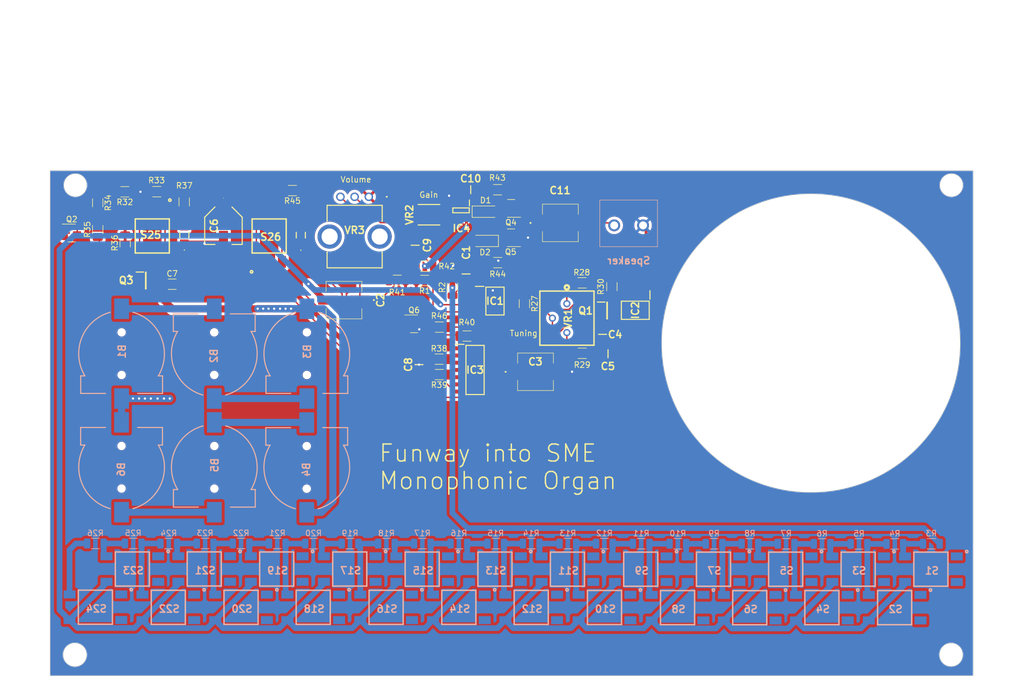
<source format=kicad_pcb>
(kicad_pcb (version 20221018) (generator pcbnew)
  (layers (0 "F.Cu" signal) (31 "B.Cu" signal) (34 "B.Paste" user) (35 "F.Paste" user) (36 "B.SilkS" user "B.Silkscreen") (37 "F.SilkS" user "F.Silkscreen") (38 "B.Mask" user) (39 "F.Mask" user) (44 "Edge.Cuts" user))
  (net 0 "")
  (net 1 "Net-(B1-Pad1)")
  (net 2 "9V")
  (net 3 "Net-(B2-Pad1)")
  (net 4 "Net-(Q3-S)")
  (net 5 "GND")
  (net 6 "Net-(IC1-THRES)")
  (net 7 "AUDIO GND")
  (net 8 "PROBE")
  (net 9 "CONT 555-1")
  (net 10 "Net-(Q1-S)")
  (net 11 "Net-(IC2-THRES)")
  (net 12 "Net-(C7-Pad2)")
  (net 13 "Net-(C8-Pad2)")
  (net 14 "Net-(VR2-CCW)")
  (net 15 "CNTL OUT")
  (net 16 "Net-(C11-+)")
  (net 17 "Net-(C11--)")
  (net 18 "Net-(D1-K)")
  (net 19 "Net-(IC1-VCC)")
  (net 21 "Net-(IC2-OUT)")
  (net 24 "Net-(IC3-1A)")
  (net 25 "Net-(IC3-1Y)")
  (net 34 "Net-(IC4--IN)")
  (net 35 "Net-(LED1-A)")
  (net 36 "VIBRATO")
  (net 37 "Net-(Q2-B)")
  (net 38 "Net-(Q2-C)")
  (net 39 "Net-(Q3-G)")
  (net 40 "Net-(R2-Pad2)")
  (net 41 "Net-(R3-Pad2)")
  (net 42 "Net-(R4-Pad2)")
  (net 43 "Net-(R5-Pad2)")
  (net 44 "Net-(R6-Pad2)")
  (net 45 "Net-(R7-Pad2)")
  (net 46 "Net-(R8-Pad2)")
  (net 47 "Net-(R10-Pad1)")
  (net 48 "Net-(R10-Pad2)")
  (net 49 "Net-(R11-Pad2)")
  (net 50 "Net-(R12-Pad2)")
  (net 51 "Net-(R13-Pad2)")
  (net 52 "Net-(R14-Pad2)")
  (net 53 "Net-(R15-Pad2)")
  (net 54 "Net-(R16-Pad2)")
  (net 55 "Net-(R17-Pad2)")
  (net 56 "Net-(R18-Pad2)")
  (net 57 "Net-(R19-Pad2)")
  (net 58 "Net-(R20-Pad2)")
  (net 59 "Net-(R21-Pad2)")
  (net 60 "Net-(R22-Pad2)")
  (net 61 "Net-(R23-Pad2)")
  (net 62 "Net-(R24-Pad2)")
  (net 63 "Net-(R25-Pad2)")
  (net 64 "Net-(R26-Pad2)")
  (net 65 "Net-(VR1-CCW)")
  (net 66 "Net-(VR1-CW)")
  (net 115 "VIBLGT")
  (net 116 "Net-(LED2-K)")
  (net 117 "Net-(LED2-A)")
  (net 118 "Net-(Q6-B)")
  (net 119 "Net-(B4-Pad2)")
  (net 120 "Net-(B5-Pad2)")
  (net 121 "AUDIO OUT")
  (footprint "SamacSys_Parts:5988270107F" (layer "F.Cu") (at 91.0336 69.7484 90)
    (fp_text reference "LED2" hide)
    (fp_text value "5988270107F" hide)
  )
  (footprint "Capacitor_SMD:C_1206_3216Metric" (layer "F.Cu") (at 68.4022 78.3776)
    (fp_text reference "C7")
    (fp_text value "330nF")
  )
  (footprint "SamacSys_Parts:SOIC127P600X175-8N" (layer "F.Cu") (at 149.8902 82.9716 -90)
    (fp_text reference "IC2")
    (fp_text value "NE555DR" hide)
  )
  (footprint "SamacSys_Parts:SOT95P237X112-3N" (layer "F.Cu") (at 63.754 77.7426)
    (fp_text reference "Q3")
    (fp_text value "Si2338DS-T1-GE3" hide)
  )
  (footprint "SamacSys_Parts:16TZV100M63X61" (layer "F.Cu") (at 136.7028 67.595)
    (fp_text reference "C11")
    (fp_text value "16TZV100M6.3X6.1" hide)
  )
  (footprint "Resistor_SMD:R_1206_3216Metric" (layer "F.Cu") (at 125.6792 74.58)
    (fp_text reference "R44")
    (fp_text value "10k")
  )
  (footprint "Resistor_SMD:R_1206_3216Metric" (layer "F.Cu") (at 60.1218 71.1132 90)
    (fp_text reference "R36")
    (fp_text value "10k")
  )
  (footprint "SamacSys_Parts:CAPC3216X94N" (layer "F.Cu") (at 111.8362 92.5322 90)
    (fp_text reference "C8")
    (fp_text value "12061C473KAT2A" hide)
  )
  (footprint "Resistor_SMD:R_1206_3216Metric" (layer "F.Cu") (at 55.2958 64.052 -90)
    (fp_text reference "R34")
    (fp_text value "10k")
  )
  (footprint "Resistor_SMD:R_1206_3216Metric" (layer "F.Cu") (at 115.3922 94.2848 180)
    (fp_text reference "R39")
    (fp_text value "15R")
  )
  (footprint "Resistor_SMD:R_1206_3216Metric" (layer "F.Cu") (at 140.5176 78.1456 180)
    (fp_text reference "R28")
    (fp_text value "2k2")
  )
  (footprint "Package_TO_SOT_SMD:SOT-23" (layer "F.Cu") (at 128.0391 65.0398 180)
    (fp_text reference "Q4")
    (fp_text value "BC848")
  )
  (footprint "Resistor_SMD:R_1206_3216Metric" (layer "F.Cu") (at 112.8268 77.724 180)
    (fp_text reference "R1")
    (fp_text value "100R")
  )
  (footprint "SamacSys_Parts:SOT95P280X100-5N" (layer "F.Cu") (at 119.2276 65.3852 -90)
    (fp_text reference "IC4")
    (fp_text value "LT1782CS5#TRMPBF" hide)
  )
  (footprint "SamacSys_Parts:CAPC3216X94N" (layer "F.Cu") (at 120.1166 76.581 -90)
    (fp_text reference "C1")
    (fp_text value "12065C472KAT2A" hide)
  )
  (footprint "SamacSys_Parts:CAPC3216X94N" (layer "F.Cu") (at 120.9294 61.753)
    (fp_text reference "C10")
    (fp_text value "12065A150JAT2A" hide)
  )
  (footprint "SamacSys_Parts:16TZV100M63X61" (layer "F.Cu") (at 98.6282 81.1784 180)
    (fp_text reference "C2")
    (fp_text value "16TZV100M6.3X6.1" hide)
  )
  (footprint "SamacSys_Parts:EEE0JA331XP" (layer "F.Cu") (at 77.4192 68.0906 -90)
    (fp_text reference "C6")
    (fp_text value "EEEFK1C221XP" hide)
  )
  (footprint "Resistor_SMD:R_1206_3216Metric" (layer "F.Cu") (at 115.4176 85.9282 180)
    (fp_text reference "R46")
    (fp_text value "10k")
  )
  (footprint "Resistor_SMD:R_1206_3216Metric" (layer "F.Cu") (at 130.3782 81.8134 -90)
    (fp_text reference "R27")
    (fp_text value "8k2")
  )
  (footprint "Package_TO_SOT_SMD:SOT-23" (layer "F.Cu") (at 128.0183 70.2112 180)
    (fp_text reference "Q5")
    (fp_text value "BC858")
  )
  (footprint "SamacSys_Parts:5988270107F" (layer "F.Cu") (at 70.5358 69.7162 90)
    (fp_text reference "LED1" hide)
    (fp_text value "5988270107F" hide)
  )
  (footprint "Resistor_SMD:R_1206_3216Metric" (layer "F.Cu") (at 125.6538 61.753 180)
    (fp_text reference "R43")
    (fp_text value "10k")
  )
  (footprint "Resistor_SMD:R_1206_3216Metric" (layer "F.Cu") (at 70.5104 63.8996 90)
    (fp_text reference "R37")
    (fp_text value "360R")
  )
  (footprint "SamacSys_Parts:SOIC127P600X175-14N" (layer "F.Cu") (at 121.6914 93.472)
    (fp_text reference "IC3")
    (fp_text value "HEF4069UBT,653" hide)
  )
  (footprint "SamacSys_Parts:16TZV100M63X61" (layer "F.Cu") (at 132.3283 93.79544)
    (fp_text reference "C3")
    (fp_text value "16TZV100M6.3X6.1" hide)
  )
  (footprint "Resistor_SMD:R_1206_3216Metric" (layer "F.Cu") (at 89.5604 61.8998 180)
    (fp_text reference "R45")
    (fp_text value "360R")
  )
  (footprint "Resistor_SMD:R_1206_3216Metric" (layer "F.Cu") (at 145.7754 78.806 -90)
    (fp_text reference "R30")
    (fp_text value "68k")
  )
  (footprint "SamacSys_Parts:FSM4JSMATR" (layer "F.Cu") (at 64.897 69.894)
    (fp_text reference "S25")
    (fp_text value "FSM4JSMATR" hide)
  )
  (footprint "Resistor_SMD:R_1206_3216Metric" (layer "F.Cu") (at 60.071 62.1216 180)
    (fp_text reference "R32")
    (fp_text value "100k")
  )
  (footprint "SamacSys_Parts:CAPC3216X229N" (layer "F.Cu") (at 111.1504 71.5264 -90)
    (fp_text reference "C9")
    (fp_text value "12061C105KAT2A" hide)
  )
  (footprint "SamacSys_Parts:3386P_1" (layer "F.Cu") (at 142.6258 89.1184 90)
    (fp_text reference "VR1")
    (fp_text value "3386P-1-472LF" hide)
  )
  (footprint "Resistor_SMD:R_1206_3216Metric" (layer "F.Cu") (at 108.0008 77.7042)
    (fp_text reference "R41")
    (fp_text value "10k")
  )
  (footprint "Package_TO_SOT_SMD:SOT-23" (layer "F.Cu") (at 50.7261 69.3674)
    (fp_text reference "Q2")
    (fp_text value "BC858")
  )
  (footprint "Diode_SMD:D_SOD-123" (layer "F.Cu") (at 123.5456 65.6138)
    (fp_text reference "D1")
    (fp_text value "1N4148W")
  )
  (footprint "Resistor_SMD:R_1206_3216Metric" (layer "F.Cu") (at 140.543 90.5408)
    (fp_text reference "R29")
    (fp_text value "6k8")
  )
  (footprint "SamacSys_Parts:SOT95P237X112-3N" (layer "F.Cu") (at 144.9286 83.0224)
    (fp_text reference "Q1")
    (fp_text value "Si2338DS-T1-GE3" hide)
  )
  (footprint "SamacSys_Parts:PTV09A4025SA102" (layer "F.Cu") (at 103.002 63.0024 180)
    (fp_text reference "VR3")
    (fp_text value "PTV09A-4025S-A102" hide)
  )
  (footprint "Resistor_SMD:R_1206_3216Metric" (layer "F.Cu") (at 120.269 87.503 180)
    (fp_text reference "R40")
    (fp_text value "4k7")
  )
  (footprint "Resistor_SMD:R_1206_3216Metric" (layer "F.Cu") (at 65.6844 62.0962 180)
    (fp_text reference "R33")
    (fp_text value "1M")
  )
  (footprint "Resistor_SMD:R_1206_3216Metric" (layer "F.Cu") (at 117.7293 78.93644 90)
    (fp_text reference "R2")
    (fp_text value "150k")
  )
  (footprint "SamacSys_Parts:CAPC3216X229N" (layer "F.Cu") (at 144.1244 87.201 90)
    (fp_text reference "C4")
    (fp_text value "12061C105KAT2A" hide)
  )
  (footprint "SamacSys_Parts:CAPC3216X94N" (layer "F.Cu") (at 145.0896 90.617)
    (fp_text reference "C5")
    (fp_text value "12065C102KAT2A" hide)
  )
  (footprint "Resistor_SMD:R_1206_3216Metric" (layer "F.Cu") (at 115.3668 91.567 180)
    (fp_text reference "R38")
    (fp_text value "220k")
  )
  (footprint "Diode_SMD:D_SOD-123" (layer "F.Cu") (at 123.444 70.77 180)
    (fp_text reference "D2")
    (fp_text value "1N4148W")
  )
  (footprint "Package_TO_SOT_SMD:SOT-23" (layer "F.Cu") (at 110.9675 85.3592)
    (fp_text reference "Q6")
    (fp_text value "BC848")
  )
  (footprint "SamacSys_Parts:FSM4JSMATR" (layer "F.Cu") (at 85.4599 69.8975 180)
    (fp_text reference "S26")
    (fp_text value "FSM4JSMATR" hide)
  )
  (footprint "Resistor_SMD:R_1206_3216Metric" (layer "F.Cu") (at 55.2958 68.751 90)
    (fp_text reference "R35")
    (fp_text value "10k")
  )
  (footprint "SamacSys_Parts:TC33X2503E" (layer "F.Cu") (at 113.587 66.1576 -90)
    (fp_text reference "VR2")
    (fp_text value "TC33X-2-503E" hide)
  )
  (footprint "SamacSys_Parts:SOIC127P600X175-8N" (layer "F.Cu") (at 125.1969 81.34944)
    (fp_text reference "IC1")
    (fp_text value "NE555DR" hide)
  )
  (footprint "Resistor_SMD:R_1206_3216Metric" (layer "F.Cu") (at 112.8522 75.2094 180)
    (fp_text reference "R42")
    (fp_text value "10k")
  )
  (footprint "Resistor_SMD:R_1206_3216Metric" (layer "B.Cu") (at 157.3784 124.0536 180)
    (fp_text reference "R10")
    (fp_text value "12k")
  )
  (footprint "SamacSys_Parts:FSM4JSMATR" (layer "B.Cu") (at 131.572 135.255 90)
    (fp_text reference "S12")
    (fp_text value "FSM4JSMATR" hide)
  )
  (footprint "SamacSys_Parts:FSM4JSMATR" (layer "B.Cu") (at 137.9474 128.524 90)
    (fp_text reference "S11")
    (fp_text value "FSM4JSMATR" hide)
  )
  (footprint "SamacSys_Parts:FSM4JSMATR" (layer "B.Cu") (at 182.7243 135.2947 90)
    (fp_text reference "S4")
    (fp_text value "FSM4JSMATR" hide)
  )
  (footprint "SamacSys_Parts:FSM4JSMATR" (layer "B.Cu") (at 195.5259 135.2947 90)
    (fp_text reference "S2")
    (fp_text value "FSM4JSMATR" hide)
  )
  (footprint "SamacSys_Parts:FSM4JSMATR" (layer "B.Cu") (at 86.7918 128.4986 90)
    (fp_text reference "S19")
    (fp_text value "FSM4JSMATR" hide)
  )
  (footprint "Resistor_SMD:R_1206_3216Metric" (layer "B.Cu") (at 86.8934 124.0028 180)
    (fp_text reference "R21")
    (fp_text value "22k")
  )
  (footprint "Resistor_SMD:R_1206_3216Metric" (layer "B.Cu") (at 74.1934 124.0028 180)
    (fp_text reference "R23")
    (fp_text value "27k")
  )
  (footprint "SamacSys_Parts:1056TR" (layer "B.Cu") (at 59.4868 110.5916 90)
    (fp_text reference "B6")
    (fp_text value "1056TR" hide)
  )
  (footprint "SamacSys_Parts:17761192" (layer "B.Cu") (at 146.177 68.0268)
    (fp_text reference "J1" hide)
    (fp_text value "Speaker")
  )
  (footprint "SamacSys_Parts:FSM4JSMATR" (layer "B.Cu") (at 176.3489 128.524 90)
    (fp_text reference "S5")
    (fp_text value "FSM4JSMATR" hide)
  )
  (footprint "Resistor_SMD:R_1206_3216Metric" (layer "B.Cu") (at 138.0236 124.0282 180)
    (fp_text reference "R13")
    (fp_text value "12k")
  )
  (footprint "Resistor_SMD:R_1206_3216Metric" (layer "B.Cu") (at 54.8894 124.0028 180)
    (fp_text reference "R26")
    (fp_text value "27k")
  )
  (footprint "Resistor_SMD:R_1206_3216Metric" (layer "B.Cu") (at 176.4284 124.0536 180)
    (fp_text reference "R7")
    (fp_text value "10k")
  )
  (footprint "SamacSys_Parts:FSM4JSMATR" (layer "B.Cu") (at 189.103 128.524 90)
    (fp_text reference "S3")
    (fp_text value "FSM4JSMATR" hide)
  )
  (footprint "SamacSys_Parts:FSM4JSMATR" (layer "B.Cu") (at 157.3243 135.2947 90)
    (fp_text reference "S8")
    (fp_text value "FSM4JSMATR" hide)
  )
  (footprint "SamacSys_Parts:FSM4JSMATR" (layer "B.Cu") (at 74.0377 128.4875 90)
    (fp_text reference "S21")
    (fp_text value "FSM4JSMATR" hide)
  )
  (footprint "SamacSys_Parts:FSM4JSMATR" (layer "B.Cu") (at 112.3917 128.5129 90)
    (fp_text reference "S15")
    (fp_text value "FSM4JSMATR" hide)
  )
  (footprint "Resistor_SMD:R_1206_3216Metric" (layer "B.Cu") (at 163.7538 124.0536 180)
    (fp_text reference "R9")
    (fp_text value "10k")
  )
  (footprint "SamacSys_Parts:FSM4JSMATR" (layer "B.Cu") (at 93.2147 135.2439 90)
    (fp_text reference "S18")
    (fp_text value "FSM4JSMATR" hide)
  )
  (footprint "SamacSys_Parts:FSM4JSMATR" (layer "B.Cu") (at 118.8433 135.2439 90)
    (fp_text reference "S14")
    (fp_text value "FSM4JSMATR" hide)
  )
  (footprint "Resistor_SMD:R_1206_3216Metric" (layer "B.Cu") (at 195.5546 124.079 180)
    (fp_text reference "R4")
    (fp_text value "8k2")
  )
  (footprint "Resistor_SMD:R_1206_3216Metric" (layer "B.Cu") (at 150.9268 124.0536 180)
    (fp_text reference "R11")
    (fp_text value "15k")
  )
  (footprint "SamacSys_Parts:FSM4JSMATR" (layer "B.Cu") (at 125.1933 128.5129 90)
    (fp_text reference "S13")
    (fp_text value "FSM4JSMATR" hide)
  )
  (footprint "SamacSys_Parts:1056TR" (layer "B.Cu") (at 92.1004 90.6018 -90)
    (fp_text reference "B3")
    (fp_text value "1056TR" hide)
  )
  (footprint "SamacSys_Parts:FSM4JSMATR" (layer "B.Cu") (at 106.0417 135.2439 90)
    (fp_text reference "S16")
    (fp_text value "FSM4JSMATR" hide)
  )
  (footprint "Resistor_SMD:R_1206_3216Metric" (layer "B.Cu") (at 189.2554 124.079 180)
    (fp_text reference "R5")
    (fp_text value "8k2")
  )
  (footprint "SamacSys_Parts:FSM4JSMATR" (layer "B.Cu") (at 80.5147 135.2439 90)
    (fp_text reference "S20")
    (fp_text value "FSM4JSMATR" hide)
  )
  (footprint "SamacSys_Parts:FSM4JSMATR" (layer "B.Cu") (at 61.3918 128.4986 90)
    (fp_text reference "S23")
    (fp_text value "FSM4JSMATR" hide)
  )
  (footprint "Resistor_SMD:R_1206_3216Metric" (layer "B.Cu") (at 118.8466 124.0282 180)
    (fp_text reference "R16")
    (fp_text value "18k")
  )
  (footprint "SamacSys_Parts:1056TR" (layer "B.Cu") (at 75.819 110.6008 -90)
    (fp_text reference "B5")
    (fp_text value "1056TR" hide)
  )
  (footprint "SamacSys_Parts:1056TR" (layer "B.Cu") (at 92.075 110.617 90)
    (fp_text reference "B4")
    (fp_text value "1056TR" hide)
  )
  (footprint "Resistor_SMD:R_1206_3216Metric" (layer "B.Cu") (at 112.4204 124.0282 180)
    (fp_text reference "R17")
    (fp_text value "15k")
  )
  (footprint "Resistor_SMD:R_1206_3216Metric" (layer "B.Cu") (at 144.4498 124.0282 180)
    (fp_text reference "R12")
    (fp_text value "15k")
  )
  (footprint "SamacSys_Parts:1056TR" (layer "B.Cu") (at 75.8004 90.6018 90)
    (fp_text reference "B2")
    (fp_text value "1056TR" hide)
  )
  (footprint "Resistor_SMD:R_1206_3216Metric" (layer "B.Cu") (at 201.9808 124.0536 180)
    (fp_text reference "R3")
    (fp_text value "8k2")
  )
  (footprint "Resistor_SMD:R_1206_3216Metric" (layer "B.Cu") (at 125.3236 124.0282 180)
    (fp_text reference "R15")
    (fp_text value "15k")
  )
  (footprint "SamacSys_Parts:FSM4JSMATR" (layer "B.Cu") (at 67.7131 135.2439 90)
    (fp_text reference "S22")
    (fp_text value "FSM4JSMATR" hide)
  )
  (footprint "Resistor_SMD:R_1206_3216Metric" (layer "B.Cu") (at 170.053 124.0536 180)
    (fp_text reference "R8")
    (fp_text value "10k")
  )
  (footprint "SamacSys_Parts:FSM4JSMATR" (layer "B.Cu") (at 163.6522 128.524 90)
    (fp_text reference "S7")
    (fp_text value "FSM4JSMATR" hide)
  )
  (footprint "SamacSys_Parts:FSM4JSMATR" (layer "B.Cu") (at 99.6442 128.4986 90)
    (fp_text reference "S17")
    (fp_text value "FSM4JSMATR" hide)
  )
  (footprint "SamacSys_Parts:1056TR" (layer "B.Cu") (at 59.5004 90.6018 -90)
    (fp_text reference "B1")
    (fp_text value "1056TR" hide)
  )
  (footprint "SamacSys_Parts:FSM4JSMATR" (layer "B.Cu") (at 150.8506 128.524 90)
    (fp_text reference "S9")
    (fp_text value "FSM4JSMATR" hide)
  )
  (footprint "SamacSys_Parts:FSM4JSMATR" (layer "B.Cu") (at 201.9046 128.524 90)
    (fp_text reference "S1")
    (fp_text value "FSM4JSMATR" hide)
  )
  (footprint "Resistor_SMD:R_1206_3216Metric" (layer "B.Cu") (at 131.572 124.0282 180)
    (fp_text reference "R14")
    (fp_text value "15k")
  )
  (footprint "Resistor_SMD:R_1206_3216Metric" (layer "B.Cu") (at 106.0958 124.0282 180)
    (fp_text reference "R18")
    (fp_text value "22k")
  )
  (footprint "SamacSys_Parts:FSM4JSMATR" (layer "B.Cu") (at 170.0276 135.3058 90)
    (fp_text reference "S6")
    (fp_text value "FSM4JSMATR" hide)
  )
  (footprint "Resistor_SMD:R_1206_3216Metric" (layer "B.Cu") (at 61.5442 124.0028 180)
    (fp_text reference "R25")
    (fp_text value "27k")
  )
  (footprint "Resistor_SMD:R_1206_3216Metric" (layer "B.Cu") (at 99.695 124.0282 180)
    (fp_text reference "R19")
    (fp_text value "18k")
  )
  (footprint "SamacSys_Parts:FSM4JSMATR" (layer "B.Cu") (at 54.8861 135.2185 90)
    (fp_text reference "S24")
    (fp_text value "FSM4JSMATR" hide)
  )
  (footprint "Resistor_SMD:R_1206_3216Metric" (layer "B.Cu") (at 80.518 124.0028 180)
    (fp_text reference "R22")
    (fp_text value "22k")
  )
  (footprint "Resistor_SMD:R_1206_3216Metric" (layer "B.Cu") (at 67.7926 124.0282 180)
    (fp_text reference "R24")
    (fp_text value "27k")
  )
  (footprint "Resistor_SMD:R_1206_3216Metric" (layer "B.Cu") (at 182.753 124.079 180)
    (fp_text reference "R6")
    (fp_text value "10k")
  )
  (footprint "Resistor_SMD:R_1206_3216Metric" (layer "B.Cu") (at 93.2688 124.0282 180)
    (fp_text reference "R20")
    (fp_text value "22k")
  )
  (footprint "SamacSys_Parts:FSM4JSMATR" (layer "B.Cu") (at 144.4719 135.2693 90)
    (fp_text reference "S10")
    (fp_text value "FSM4JSMATR" hide)
  )
  (gr_rect (start 46.9138 58.3946) (end 209.3468 147.2692) (stroke (width 0.1)) (fill none) (layer "Edge.Cuts"))
  (gr_circle (center 51.2826 143.5862) (end 49.1998 143.5862) (stroke (width 0.1)) (fill none) (layer "Edge.Cuts"))
  (gr_circle (center 205.4606 143.5862) (end 207.518 143.6624) (stroke (width 0.1)) (fill none) (layer "Edge.Cuts"))
  (gr_circle (center 180.7972 88.7476) (end 207.0608 88.8492) (stroke (width 0.1)) (fill none) (layer "Edge.Cuts"))
  (gr_circle (center 51.3588 60.96) (end 51.4096 62.992) (stroke (width 0.1)) (fill none) (layer "Edge.Cuts"))
  (gr_circle (center 205.5114 60.96) (end 205.5114 62.992) (stroke (width 0.1)) (fill none) (layer "Edge.Cuts"))
  (gr_text "Volume" (at 97.9424 60.5536) (layer "F.SilkS") (effects (font (size 1 1)) (justify left bottom)))
  (gr_text "Funway into SME\nMonophonic Organ" (at 104.6226 114.7064) (layer "F.SilkS") (effects (font (size 3 3) (thickness 0.25)) (justify left bottom)))
  (gr_text "Gain" (at 111.8108 63.246) (layer "F.SilkS") (effects (font (size 1 1)) (justify left bottom)))
  (gr_text "Tuning" (at 127.7112 87.6046) (layer "F.SilkS") (effects (font (size 1 1)) (justify left bottom)))
  (segment (start 59.5004 82.7018) (end 75.8004 82.7018) (width 1.25) (layer "B.Cu") (net 1))
  (segment (start 109.4633 77.7042) (end 109.4362 77.6771) (width 0.25) (layer "F.Cu") (net 2))
  (via (at 120.1674 68.3768) (size 0.8) (drill 0.4) (layers "F.Cu" "B.Cu") (net 2))
  (via (at 112.8268 75.184) (size 0.8) (drill 0.4) (layers "F.Cu" "B.Cu") (net 2))
  (via (at 64.64 98.5018) (size 0.8) (drill 0.4) (layers "F.Cu" "B.Cu") (net 2))
  (via (at 66.9514 98.5018) (size 0.8) (drill 0.4) (layers "F.Cu" "B.Cu") (net 2))
  (via (at 62.567 98.492) (size 0.8) (drill 0.4) (layers "F.Cu" "B.Cu") (net 2))
  (via (at 63.5986 98.5018) (size 0.8) (drill 0.4) (layers "F.Cu" "B.Cu") (net 2))
  (via (at 65.828 98.5018) (size 0.8) (drill 0.4) (layers "F.Cu" "B.Cu") (net 2))
  (via (at 67.9674 98.5018) (size 0.8) (drill 0.4) (layers "F.Cu" "B.Cu") (net 2))
  (via (at 61.5002 98.492) (size 0.8) (drill 0.4) (layers "F.Cu" "B.Cu") (net 2))
  (segment (start 67.9674 98.5018) (end 67.4848 98.5018) (width 1.25) (layer "B.Cu") (net 2))
  (segment (start 59.5004 98.5018) (end 61.4904 98.5018) (width 1.25) (layer "B.Cu") (net 2))
  (segment (start 67.9674 98.5018) (end 67.0726 98.5018) (width 1.25) (layer "B.Cu") (net 2))
  (segment (start 63.7198 98.5018) (end 64.64 98.5018) (width 1.25) (layer "B.Cu") (net 2))
  (segment (start 65.828 98.5018) (end 66.9514 98.5018) (width 1.25) (layer "B.Cu") (net 2))
  (segment (start 112.8268 75.184) (end 113.3602 75.184) (width 1) (layer "B.Cu") (net 2))
  (segment (start 62.5768 98.5018) (end 63.5986 98.5018) (width 1.25) (layer "B.Cu") (net 2))
  (segment (start 113.3602 75.184) (end 120.1674 68.3768) (width 1) (layer "B.Cu") (net 2))
  (segment (start 61.51 98.5018) (end 62.5572 98.5018) (width 1.25) (layer "B.Cu") (net 2))
  (segment (start 59.4868 98.5154) (end 59.5004 98.5018) (width 1.25) (layer "B.Cu") (net 2))
  (segment (start 64.7612 98.5018) (end 65.828 98.5018) (width 1.25) (layer "B.Cu") (net 2))
  (segment (start 59.4868 102.6916) (end 59.4868 98.5154) (width 1.25) (layer "B.Cu") (net 2))
  (segment (start 75.8004 98.5018) (end 92.1004 98.5018) (width 1.25) (layer "B.Cu") (net 3))
  (segment (start 62.704 78.6926) (end 56.4744 78.6926) (width 0.25) (layer "F.Cu") (net 4))
  (segment (start 56.4744 78.6926) (end 55.5752 77.7934) (width 0.25) (layer "F.Cu") (net 4))
  (segment (start 66.6122 78.6926) (end 66.9272 78.3776) (width 0.25) (layer "F.Cu") (net 4))
  (segment (start 66.9798 81.2546) (end 66.9798 78.4302) (width 1.25) (layer "F.Cu") (net 4))
  (segment (start 89.3132 82.6932) (end 86.3414 82.6932) (width 1.25) (layer "F.Cu") (net 4))
  (segment (start 83.4458 82.6932) (end 84.411 82.6932) (width 1.25) (layer "F.Cu") (net 4))
  (segment (start 83.4204 82.7186) (end 68.6562 82.7186) (width 1.25) (layer "F.Cu") (net 4))
  (segment (start 84.411 82.6932) (end 85.3508 82.6932) (width 1.25) (layer "F.Cu") (net 4))
  (segment (start 68.6562 82.7186) (end 68.4438 82.7186) (width 1.25) (layer "F.Cu") (net 4))
  (segment (start 55.5752 70.4929) (end 55.2958 70.2135) (width 0.25) (layer "F.Cu") (net 4))
  (segment (start 66.9798 78.4302) (end 66.9272 78.3776) (width 1.25) (layer "F.Cu") (net 4))
  (segment (start 68.4438 82.7186) (end 66.9798 81.2546) (width 1.25) (layer "F.Cu") (net 4))
  (segment (start 85.3508 82.6932) (end 86.3414 82.6932) (width 1.25) (layer "F.Cu") (net 4))
  (segment (start 55.5752 77.7934) (end 55.5752 70.4929) (width 0.25) (layer "F.Cu") (net 4))
  (segment (start 62.704 78.6926) (end 66.6122 78.6926) (width 0.25) (layer "F.Cu") (net 4))
  (segment (start 66.9086 78.3962) (end 66.9272 78.3776) (width 1.25) (layer "F.Cu") (net 4))
  (via (at 89.3132 82.6932) (size 0.8) (drill 0.4) (layers "F.Cu" "B.Cu") (net 4))
  (via (at 84.411 82.6932) (size 0.8) (drill 0.4) (layers "F.Cu" "B.Cu") (net 4))
  (via (at 85.3508 82.6932) (size 0.8) (drill 0.4) (layers "F.Cu" "B.Cu") (net 4))
  (via (at 86.3414 82.6932) (size 0.8) (drill 0.4) (layers "F.Cu" "B.Cu") (net 4))
  (via (at 83.4458 82.6932) (size 0.8) (drill 0.4) (layers "F.Cu" "B.Cu") (net 4))
  (via (at 88.348 82.6932) (size 0.8) (drill 0.4) (layers "F.Cu" "B.Cu") (net 4))
  (via (at 87.3828 82.6932) (size 0.8) (drill 0.4) (layers "F.Cu" "B.Cu") (net 4))
  (segment (start 88.3394 82.7018) (end 87.3914 82.7018) (width 1.25) (layer "B.Cu") (net 4))
  (segment (start 94.6906 118.517) (end 96.6724 116.5352) (width 1.25) (layer "B.Cu") (net 4))
  (segment (start 89.3218 82.7018) (end 89.3132 82.6932) (width 1.25) (layer "B.Cu") (net 4))
  (segment (start 92.075 118.517) (end 94.6906 118.517) (width 1.25) (layer "B.Cu") (net 4))
  (segment (start 86.3836 82.7018) (end 86.3668 82.7186) (width 1.25) (layer "B.Cu") (net 4))
  (segment (start 87.3828 82.6932) (end 87.3742 82.7018) (width 1.25) (layer "B.Cu") (net 4))
  (segment (start 96.6724 84.3534) (end 95.0208 82.7018) (width 1.25) (layer "B.Cu") (net 4))
  (segment (start 89.3132 82.6932) (end 89.3046 82.7018) (width 1.25) (layer "B.Cu") (net 4))
  (segment (start 87.3914 82.7018) (end 87.3828 82.6932) (width 1.25) (layer "B.Cu") (net 4))
  (segment (start 92.0918 82.6932) (end 92.1004 82.7018) (width 1.25) (layer "B.Cu") (net 4))
  (segment (start 92.1004 82.7018) (end 89.3218 82.7018) (width 1.25) (layer "B.Cu") (net 4))
  (segment (start 96.6724 116.5352) (end 96.6724 84.3534) (width 1.25) (layer "B.Cu") (net 4))
  (segment (start 86.3414 82.6932) (end 92.0918 82.6932) (width 1.25) (layer "B.Cu") (net 4))
  (segment (start 87.3742 82.7018) (end 86.3836 82.7018) (width 1.25) (layer "B.Cu") (net 4))
  (segment (start 95.0208 82.7018) (end 92.1004 82.7018) (width 1.25) (layer "B.Cu") (net 4))
  (segment (start 83.4458 82.6932) (end 86.3414 82.6932) (width 1.25) (layer "B.Cu") (net 4))
  (segment (start 88.3566 82.7018) (end 88.348 82.6932) (width 1.25) (layer "B.Cu") (net 4))
  (segment (start 88.348 82.6932) (end 88.3394 82.7018) (width 1.25) (layer "B.Cu") (net 4))
  (segment (start 89.3046 82.7018) (end 88.3566 82.7018) (width 1.25) (layer "B.Cu") (net 4))
  (segment (start 62.8142 62.1216) (end 64.1965 62.1216) (width 1) (layer "F.Cu") (net 5))
  (segment (start 61.5335 62.1216) (end 62.8142 62.1216) (width 1) (layer "F.Cu") (net 5))
  (segment (start 117.1194 62.927) (end 118.2776 64.0852) (width 0.5) (layer "F.Cu") (net 5))
  (segment (start 64.804 77.7426) (end 61.804 77.7426) (width 0.5) (layer "F.Cu") (net 5))
  (segment (start 115.951 94.5388) (end 115.951 95.131773) (width 0.25) (layer "F.Cu") (net 5))
  (segment (start 142.0055 90.5408) (end 143.6134 90.5408) (width 0.5) (layer "F.Cu") (net 5))
  (segment (start 125.7808 74.2442) (end 125.7808 74.5094) (width 0.5) (layer "F.Cu") (net 5))
  (segment (start 125.7808 74.2442) (end 125.6792 74.3458) (width 0.5) (layer "F.Cu") (net 5))
  (segment (start 76.7936 71.2162) (end 77.4192 70.5906) (width 1) (layer "F.Cu") (net 5))
  (segment (start 138.75086 93.79544) (end 138.7602 93.7861) (width 0.5) (layer "F.Cu") (net 5))
  (segment (start 111.8644 86.3092) (end 110.03 86.3092) (width 0.25) (layer "F.Cu") (net 5))
  (segment (start 60.915 76.8536) (end 60.8584 76.8536) (width 0.5) (layer "F.Cu") (net 5))
  (segment (start 61.804 77.7426) (end 60.915 76.8536) (width 0.5) (layer "F.Cu") (net 5))
  (segment (start 112.6836 93.0848) (end 114.497 93.0848) (width 0.25) (layer "F.Cu") (net 5))
  (segment (start 131.0132 70.1802) (end 130.9822 70.2112) (width 0.5) (layer "F.Cu") (net 5))
  (segment (start 74.065 71.2162) (end 74.0664 71.2148) (width 1) (layer "F.Cu") (net 5))
  (segment (start 122.4969 79.44444) (end 124.77156 79.44444) (width 0.5) (layer "F.Cu") (net 5))
  (segment (start 117.853 75.181) (end 120.1166 75.181) (width 0.5) (layer "F.Cu") (net 5))
  (segment (start 125.8514 74.58) (end 127.1417 74.58) (width 0.5) (layer "F.Cu") (net 5))
  (segment (start 117.8052 75.1332) (end 117.853 75.181) (width 0.5) (layer "F.Cu") (net 5))
  (segment (start 118.101227 97.282) (end 118.9664 97.282) (width 0.25) (layer "F.Cu") (net 5))
  (segment (start 124.77156 79.44444) (end 124.7394 79.4766) (width 0.5) (layer "F.Cu") (net 5))
  (segment (start 144.1244 88.611) (end 144.1244 90.1822) (width 0.5) (layer "F.Cu") (net 5))
  (segment (start 124.7394 79.4766) (end 124.8156 79.4766) (width 0.5) (layer "F.Cu") (net 5))
  (segment (start 64.1965 62.1216) (end 64.2219 62.0962) (width 1) (layer "F.Cu") (net 5))
  (segment (start 111.8362 93.9322) (end 112.6836 93.0848) (width 0.25) (layer "F.Cu") (net 5))
  (segment (start 60.1218 76.0604) (end 60.1218 72.5757) (width 0.5) (layer "F.Cu") (net 5))
  (segment (start 151.257 68.0268) (end 151.7952 68.565) (width 0.5) (layer "F.Cu") (net 5))
  (segment (start 130.9822 70.2112) (end 127.0808 70.2112) (width 0.5) (layer "F.Cu") (net 5))
  (segment (start 111.8362 93.9322) (end 111.8362 92.5322) (width 0.25) (layer "F.Cu") (net 5))
  (segment (start 60.8584 76.8536) (end 60.8584 76.797) (width 0.5) (layer "F.Cu") (net 5))
  (segment (start 118.2776 64.0852) (end 119.2276 64.0852) (width 0.5) (layer "F.Cu") (net 5))
  (segment (start 138.7602 93.7768) (end 138.7695 93.7768) (width 0.5) (layer "F.Cu") (net 5))
  (segment (start 124.8156 79.4004) (end 124.7902 79.4258) (width 0.5) (layer "F.Cu") (net 5))
  (segment (start 74.0678 71.2162) (end 76.7936 71.2162) (width 1) (layer "F.Cu") (net 5))
  (segment (start 115.951 95.131773) (end 118.101227 97.282) (width 0.25) (layer "F.Cu") (net 5))
  (segment (start 111.8796 86.3244) (end 111.8644 86.3092) (width 0.25) (layer "F.Cu") (net 5))
  (segment (start 125.7808 74.5094) (end 125.8514 74.58) (width 0.5) (layer "F.Cu") (net 5))
  (segment (start 138.7695 93.7768) (end 142.0055 90.5408) (width 0.5) (layer "F.Cu") (net 5))
  (segment (start 117.1194 62.8142) (end 117.1194 62.927) (width 0.5) (layer "F.Cu") (net 5))
  (segment (start 138.7602 93.7861) (end 138.7602 93.7768) (width 0.5) (layer "F.Cu") (net 5))
  (segment (start 74.0664 71.2148) (end 74.0678 71.2162) (width 1) (layer "F.Cu") (net 5))
  (segment (start 143.6134 90.5408) (end 143.6896 90.617) (width 0.5) (layer "F.Cu") (net 5))
  (segment (start 114.497 93.0848) (end 115.951 94.5388) (width 0.25) (layer "F.Cu") (net 5))
  (segment (start 70.5358 71.2162) (end 74.065 71.2162) (width 1) (layer "F.Cu") (net 5))
  (segment (start 151.7952 68.565) (end 151.7952 80.2716) (width 0.5) (layer "F.Cu") (net 5))
  (segment (start 124.8156 79.4766) (end 124.8156 79.4004) (width 0.5) (layer "F.Cu") (net 5))
  (segment (start 144.1244 90.1822) (end 143.6896 90.617) (width 0.5) (layer "F.Cu") (net 5))
  (segment (start 60.8584 76.797) (end 60.1218 76.0604) (width 0.5) (layer "F.Cu") (net 5))
  (segment (start 135.1283 93.79544) (end 138.75086 93.79544) (width 0.5) (layer "F.Cu") (net 5))
  (via (at 111.8796 86.3244) (size 0.8) (drill 0.4) (layers "F.Cu" "B.Cu") (net 5))
  (via (at 124.8156 79.4766) (size 0.8) (drill 0.4) (layers "F.Cu" "B.Cu") (net 5))
  (via (at 74.0664 71.2148) (size 0.8) (drill 0.4) (layers "F.Cu" "B.Cu") (net 5))
  (via (at 131.0132 70.1802) (size 0.8) (drill 0.4) (layers "F.Cu" "B.Cu") (net 5))
  (via (at 62.8142 62.1216) (size 0.8) (drill 0.4) (layers "F.Cu" "B.Cu") (net 5))
  (via (at 138.7602 93.7768) (size 0.8) (drill 0.4) (layers "F.Cu" "B.Cu") (net 5))
  (via (at 125.7808 74.2442) (size 0.8) (drill 0.4) (layers "F.Cu" "B.Cu") (net 5))
  (via (at 117.8052 75.1332) (size 0.8) (drill 0.4) (layers "F.Cu" "B.Cu") (net 5))
  (via (at 60.8584 76.8536) (size 0.8) (drill 0.4) (layers "F.Cu" "B.Cu") (net 5))
  (via (at 117.1194 62.8142) (size 0.8) (drill 0.4) (layers "F.Cu" "B.Cu") (net 5))
  (via (at 111.8362 92.5322) (size 0.8) (drill 0.4) (layers "F.Cu" "B.Cu") (net 5))
  (segment (start 124.1919 81.98444) (end 127.8969 81.98444) (width 0.25) (layer "F.Cu") (net 6))
  (segment (start 122.9219 80.71444) (end 124.1919 81.98444) (width 0.25) (layer "F.Cu") (net 6))
  (segment (start 122.0719 80.71444) (end 120.1166 78.75914) (width 0.25) (layer "F.Cu") (net 6))
  (segment (start 117.7293 80.39894) (end 117.7293 80.3683) (width 0.25) (layer "F.Cu") (net 6))
  (segment (start 120.1166 78.75914) (end 120.1166 77.981) (width 0.25) (layer "F.Cu") (net 6))
  (segment (start 122.4969 80.71444) (end 122.9219 80.71444) (width 0.25) (layer "F.Cu") (net 6))
  (segment (start 117.7293 80.3683) (end 120.1166 77.981) (width 0.25) (layer "F.Cu") (net 6))
  (segment (start 104.9274 81.1784) (end 101.4282 81.1784) (width 0.25) (layer "F.Cu") (net 7))
  (segment (start 111.3897 75.2094) (end 110.207427 75.2094) (width 0.25) (layer "F.Cu") (net 7))
  (segment (start 101.4282 66.4286) (end 101.4282 81.1784) (width 0.25) (layer "F.Cu") (net 7))
  (segment (start 98.002 63.0024) (end 101.4282 66.4286) (width 0.25) (layer "F.Cu") (net 7))
  (segment (start 107.442 78.6638) (end 104.9274 81.1784) (width 0.25) (layer "F.Cu") (net 7))
  (segment (start 107.442 77.974827) (end 107.442 78.6638) (width 0.25) (layer "F.Cu") (net 7))
  (segment (start 110.207427 75.2094) (end 107.442 77.974827) (width 0.25) (layer "F.Cu") (net 7))
  (segment (start 122.4969 81.98444) (end 115.63944 81.98444) (width 0.25) (layer "F.Cu") (net 8))
  (segment (start 95.2246 81.1784) (end 92.3798 78.3336) (width 1) (layer "F.Cu") (net 8))
  (segment (start 115.63944 81.98444) (end 115.6208 81.9658) (width 0.25) (layer "F.Cu") (net 8))
  (via (at 92.3798 78.3336) (size 0.8) (drill 0.4) (layers "F.Cu" "B.Cu") (net 8))
  (via (at 115.6208 81.9658) (size 0.8) (drill 0.4) (layers "F.Cu" "B.Cu") (net 8))
  (segment (start 82.2418 130.7486) (end 82.2418 131.2168) (width 1) (layer "B.Cu") (net 8))
  (segment (start 112.8933 138.8939) (end 114.2933 137.4939) (width 1) (layer "B.Cu") (net 8))
  (segment (start 48.5861 135.7185) (end 50.3361 137.4685) (width 1) (layer "B.Cu") (net 8))
  (segment (start 63.1631 137.4939) (end 64.5631 138.8939) (width 1) (layer "B.Cu") (net 8))
  (segment (start 107.8417 131.1439) (end 101.4917 137.4939) (width 1) (layer "B.Cu") (net 8))
  (segment (start 101.4917 137.4939) (end 102.8917 138.8939) (width 1) (layer "B.Cu") (net 8))
  (segment (start 165.4776 137.5558) (end 166.8776 138.9558) (width 1) (layer "B.Cu") (net 8))
  (segment (start 127.022 137.505) (end 128.422 138.905) (width 1) (layer "B.Cu") (net 8))
  (segment (start 184.553 131.166) (end 177.6588 138.0602) (width 1) (layer "B.Cu") (net 8))
  (segment (start 113.0554 79.4004) (end 115.6208 81.9658) (width 1) (layer "B.Cu") (net 8))
  (segment (start 197.3546 131.166) (end 190.9759 137.5447) (width 1) (layer "B.Cu") (net 8))
  (segment (start 133.3974 130.774) (end 133.3974 131.1296) (width 1) (layer "B.Cu") (net 8))
  (segment (start 77.3647 138.8939) (end 87.2647 138.8939) (width 1) (layer "B.Cu") (net 8))
  (segment (start 87.2647 138.8939) (end 88.6647 137.4939) (width 1) (layer "B.Cu") (net 8))
  (segment (start 146.3006 130.774) (end 146.3006 131.1406) (width 1) (layer "B.Cu") (net 8))
  (segment (start 152.7743 137.5447) (end 154.1743 138.9447) (width 1) (layer "B.Cu") (net 8))
  (segment (start 115.6933 138.8939) (end 125.6331 138.8939) (width 1) (layer "B.Cu") (net 8))
  (segment (start 179.5743 138.9447) (end 189.5759 138.9447) (width 1) (layer "B.Cu") (net 8))
  (segment (start 95.0942 131.0644) (end 88.6647 137.4939) (width 1) (layer "B.Cu") (net 8))
  (segment (start 82.2418 131.2168) (end 75.9647 137.4939) (width 1) (layer "B.Cu") (net 8))
  (segment (start 69.4877 131.1693) (end 63.1631 137.4939) (width 1) (layer "B.Cu") (net 8))
  (segment (start 141.3219 138.9193) (end 151.3997 138.9193) (width 1) (layer "B.Cu") (net 8))
  (segment (start 56.8418 130.9628) (end 50.3361 137.4685) (width 1) (layer "B.Cu") (net 8))
  (segment (start 154.1743 138.9447) (end 164.0887 138.9447) (width 1) (layer "B.Cu") (net 8))
  (segment (start 50.3361 137.4685) (end 51.7361 138.8685) (width 1) (layer "B.Cu") (net 8))
  (segment (start 176.7632 138.9558) (end 177.6588 138.0602) (width 1) (layer "B.Cu") (net 8))
  (segment (start 139.9219 137.5193) (end 141.3219 138.9193) (width 1) (layer "B.Cu") (net 8))
  (segment (start 133.3974 131.1296) (end 127.022 137.505) (width 1) (layer "B.Cu") (net 8))
  (segment (start 92.3798 78.3336) (end 83.8962 69.85) (width 1) (layer "B.Cu") (net 8))
  (segment (start 92.3798 78.3336) (end 93.4466 79.4004) (width 1) (layer "B.Cu") (net 8))
  (segment (start 120.6433 130.7629) (end 120.6433 131.1439) (width 1) (layer "B.Cu") (net 8))
  (segment (start 159.1022 130.774) (end 159.1022 131.2168) (width 1) (layer "B.Cu") (net 8))
  (segment (start 83.8962 69.85) (end 51.0753 69.85) (width 1) (layer "B.Cu") (net 8))
  (segment (start 75.9647 137.4939) (end 77.3647 138.8939) (width 1) (layer "B.Cu") (net 8))
  (segment (start 189.5759 138.9447) (end 190.9759 137.5447) (width 1) (layer "B.Cu") (net 8))
  (segment (start 107.8417 130.7629) (end 107.8417 131.1439) (width 1) (layer "B.Cu") (net 8))
  (segment (start 51.0753 69.85) (end 48.5861 72.3392) (width 1) (layer "B.Cu") (net 8))
  (segment (start 166.8776 138.9558) (end 176.7632 138.9558) (width 1) (layer "B.Cu") (net 8))
  (segment (start 69.4877 130.7375) (end 69.4877 131.1693) (width 1) (layer "B.Cu") (net 8))
  (segment (start 159.1022 131.2168) (end 152.7743 137.5447) (width 1) (layer "B.Cu") (net 8))
  (segment (start 125.6331 138.8939) (end 127.022 137.505) (width 1) (layer "B.Cu") (net 8))
  (segment (start 64.5631 138.8939) (end 74.5647 138.8939) (width 1) (layer "B.Cu") (net 8))
  (segment (start 48.5861 72.3392) (end 48.5861 135.7185) (width 1) (layer "B.Cu") (net 8))
  (segment (start 51.7361 138.8685) (end 61.7885 138.8685) (width 1) (layer "B.Cu") (net 8))
  (segment (start 120.6433 131.1439) (end 114.2933 137.4939) (width 1) (layer "B.Cu") (net 8))
  (segment (start 114.2933 137.4939) (end 115.6933 138.8939) (width 1) (layer "B.Cu") (net 8))
  (segment (start 95.0942 130.7486) (end 95.0942 131.0644) (width 1) (layer "B.Cu") (net 8))
  (segment (start 74.5647 138.8939) (end 75.9647 137.4939) (width 1) (layer "B.Cu") (net 8))
  (segment (start 146.3006 131.1406) (end 139.9219 137.5193) (width 1) (layer "B.Cu") (net 8))
  (segment (start 184.553 130.774) (end 184.553 131.166) (width 1) (layer "B.Cu") (net 8))
  (segment (start 151.3997 138.9193) (end 152.7743 137.5447) (width 1) (layer "B.Cu") (net 8))
  (segment (start 88.6647 137.4939) (end 90.0647 138.8939) (width 1) (layer "B.Cu") (net 8))
  (segment (start 128.422 138.905) (end 138.5362 138.905) (width 1) (layer "B.Cu") (net 8))
  (segment (start 171.7989 131.2345) (end 165.4776 137.5558) (width 1) (layer "B.Cu") (net 8))
  (segment (start 164.0887 138.9447) (end 165.4776 137.5558) (width 1) (layer "B.Cu") (net 8))
  (segment (start 138.5362 138.905) (end 139.9219 137.5193) (width 1) (layer "B.Cu") (net 8))
  (segment (start 93.4466 79.4004) (end 113.0554 79.4004) (width 1) (layer "B.Cu") (net 8))
  (segment (start 197.3546 130.774) (end 197.3546 131.166) (width 1) (layer "B.Cu") (net 8))
  (segment (start 178.1743 137.5447) (end 179.5743 138.9447) (width 1) (layer "B.Cu") (net 8))
  (segment (start 177.6588 138.0602) (end 178.1743 137.5447) (width 1) (layer "B.Cu") (net 8))
  (segment (start 100.0917 138.8939) (end 101.4917 137.4939) (width 1) (layer "B.Cu") (net 8))
  (segment (start 56.8418 130.7486) (end 56.8418 130.9628) (width 1) (layer "B.Cu") (net 8))
  (segment (start 61.7885 138.8685) (end 63.1631 137.4939) (width 1) (layer "B.Cu") (net 8))
  (segment (start 90.0647 138.8939) (end 100.0917 138.8939) (width 1) (layer "B.Cu") (net 8))
  (segment (start 102.8917 138.8939) (end 112.8933 138.8939) (width 1) (layer "B.Cu") (net 8))
  (segment (start 171.7989 130.774) (end 171.7989 131.2345) (width 1) (layer "B.Cu") (net 8))
  (segment (start 130.3023 83.24374) (end 127.9076 83.24374) (width 0.25) (layer "F.Cu") (net 9))
  (segment (start 134.19614 83.24374) (end 135.3058 84.3534) (width 0.25) (layer "F.Cu") (net 9))
  (segment (start 127.9076 83.24374) (end 127.8969 83.25444) (width 0.25) (layer "F.Cu") (net 9))
  (segment (start 135.3058 84.3534) (end 135.3058 88.01794) (width 0.25) (layer "F.Cu") (net 9))
  (segment (start 130.3023 83.24374) (end 134.19614 83.24374) (width 0.25) (layer "F.Cu") (net 9))
  (segment (start 135.3058 88.01794) (end 129.5283 93.79544) (width 0.25) (layer "F.Cu") (net 9))
  (segment (start 144.1244 85.791) (end 144.1244 84.2182) (width 0.25) (layer "F.Cu") (net 10))
  (segment (start 144.1244 84.2182) (end 143.8786 83.9724) (width 0.25) (layer "F.Cu") (net 10))
  (segment (start 152.4452 86.6196) (end 151.2134 87.8514) (width 0.25) (layer "F.Cu") (net 11))
  (segment (start 151.2134 87.8514) (end 149.2552 87.8514) (width 0.25) (layer "F.Cu") (net 11))
  (segment (start 145.7754 80.2685) (end 145.9786 80.4717) (width 0.25) (layer "F.Cu") (net 11))
  (segment (start 145.9786 80.4717) (end 145.9786 83.0224) (width 0.25) (layer "F.Cu") (net 11))
  (segment (start 152.4452 82.6166) (end 152.4452 86.6196) (width 0.25) (layer "F.Cu") (net 11))
  (segment (start 146.4896 90.617) (end 149.2552 87.8514) (width 0.25) (layer "F.Cu") (net 11))
  (segment (start 150.5252 80.6966) (end 152.4452 82.6166) (width 0.25) (layer "F.Cu") (net 11))
  (segment (start 145.9786 83.0224) (end 147.1676 83.0224) (width 0.25) (layer "F.Cu") (net 11))
  (segment (start 147.1676 83.0224) (end 147.606 83.0224) (width 0.25) (layer "F.Cu") (net 11))
  (segment (start 147.606 83.0224) (end 149.2552 84.6716) (width 0.25) (layer "F.Cu") (net 11))
  (segment (start 149.2552 87.8514) (end 149.2552 85.6716) (width 0.25) (layer "F.Cu") (net 11))
  (segment (start 150.5252 80.2716) (end 150.5252 80.6966) (width 0.25) (layer "F.Cu") (net 11))
  (segment (start 149.2552 84.6716) (end 149.2552 85.6716) (width 0.25) (layer "F.Cu") (net 11))
  (segment (start 67.147 75.6474) (end 67.147 74.444) (width 0.25) (layer "F.Cu") (net 12))
  (segment (start 69.8772 78.3776) (end 67.147 75.6474) (width 0.25) (layer "F.Cu") (net 12))
  (segment (start 67.147 62.0963) (end 67.147 65.344) (width 0.25) (layer "F.Cu") (net 12))
  (segment (start 67.147 65.344) (end 67.147 74.444) (width 0.25) (layer "F.Cu") (net 12))
  (segment (start 67.1469 62.0962) (end 67.147 62.0963) (width 0.25) (layer "F.Cu") (net 12))
  (segment (start 83.2099 74.5709) (end 99.7712 91.1322) (width 0.25) (layer "F.Cu") (net 13))
  (segment (start 83.2099 65.3475) (end 83.2099 74.4475) (width 0.25) (layer "F.Cu") (net 13))
  (segment (start 113.4695 91.1322) (end 113.9043 91.567) (width 0.25) (layer "F.Cu") (net 13))
  (segment (start 111.8362 91.1322) (end 113.4695 91.1322) (width 0.25) (layer "F.Cu") (net 13))
  (segment (start 99.7712 91.1322) (end 111.8362 91.1322) (width 0.25) (layer "F.Cu") (net 13))
  (segment (start 83.2099 74.4475) (end 83.2099 74.5709) (width 0.25) (layer "F.Cu") (net 13))
  (segment (start 106.5383 77.7042) (end 111.1504 73.0921) (width 0.25) (layer "F.Cu") (net 14))
  (segment (start 111.887 65.1576) (end 109.9348 65.1576) (width 0.25) (layer "F.Cu") (net 14))
  (segment (start 112.4354 69.4078) (end 109.3572 66.3296) (width 0.25) (layer "F.Cu") (net 14))
  (segment (start 111.1504 72.9364) (end 112.4354 71.6514) (width 0.25) (layer "F.Cu") (net 14))
  (segment (start 111.1504 73.0921) (end 111.1504 72.9364) (width 0.25) (layer "F.Cu") (net 14))
  (segment (start 119.5294 61.753) (end 111.567 61.753) (width 0.25) (layer "F.Cu") (net 14))
  (segment (start 109.3572 66.3296) (end 109.3572 65.7352) (width 0.25) (layer "F.Cu") (net 14))
  (segment (start 111.1504 72.9364) (end 112.0417 72.9364) (width 0.25) (layer "F.Cu") (net 14))
  (segment (start 109.9348 65.1576) (end 109.3572 65.7352) (width 0.25) (layer "F.Cu") (net 14))
  (segment (start 109.3572 65.7352) (end 109.3572 63.9628) (width 0.25) (layer "F.Cu") (net 14))
  (segment (start 112.4354 71.6514) (end 112.4354 69.4078) (width 0.25) (layer "F.Cu") (net 14))
  (segment (start 111.567 61.753) (end 109.3572 63.9628) (width 0.25) (layer "F.Cu") (net 14))
  (segment (start 112.0417 72.9364) (end 114.3147 75.2094) (width 0.25) (layer "F.Cu") (net 14))
  (segment (start 122.3294 61.753) (end 122.3294 61.9334) (width 0.25) (layer "F.Cu") (net 15))
  (segment (start 125.094 70.77) (end 125.094 65.7154) (width 0.25) (layer "F.Cu") (net 15))
  (segment (start 124.1913 61.753) (end 125.1956 62.7573) (width 0.25) (layer "F.Cu") (net 15))
  (segment (start 125.4852 71.1612) (end 125.094 70.77) (width 0.25) (layer "F.Cu") (net 15))
  (segment (start 125.094 73.7027) (end 124.2167 74.58) (width 0.25) (layer "F.Cu") (net 15))
  (segment (start 122.3294 61.9334) (end 120.1776 64.0852) (width 0.25) (layer "F.Cu") (net 15))
  (segment (start 125.094 70.77) (end 125.094 73.7027) (width 0.25) (layer "F.Cu") (net 15))
  (segment (start 118.8776 66.325) (end 118.8776 67.5352) (width 0.25) (layer "F.Cu") (net 15))
  (segment (start 118.4932 67.9196) (end 113.7158 67.9196) (width 0.25) (layer "F.Cu") (net 15))
  (segment (start 128.9766 65.9898) (end 125.5716 65.9898) (width 0.25) (layer "F.Cu") (net 15))
  (segment (start 124.1913 61.753) (end 122.3294 61.753) (width 0.25) (layer "F.Cu") (net 15))
  (segment (start 128.9558 71.1612) (end 125.4852 71.1612) (width 0.25) (layer "F.Cu") (net 15))
  (segment (start 113.7158 67.9196) (end 112.9538 67.1576) (width 0.25) (layer "F.Cu") (net 15))
  (segment (start 112.9538 67.1576) (end 111.887 67.1576) (width 0.25) (layer "F.Cu") (net 15))
  (segment (start 125.5716 65.9898) (end 125.1956 65.6138) (width 0.25) (layer "F.Cu") (net 15))
  (segment (start 125.094 65.7154) (end 125.1956 65.6138) (width 0.25) (layer "F.Cu") (net 15))
  (segment (start 120.1776 65.025) (end 118.8776 66.325) (width 0.25) (layer "F.Cu") (net 15))
  (segment (start 118.8776 67.5352) (end 118.4932 67.9196) (width 0.25) (layer "F.Cu") (net 15))
  (segment (start 125.1956 62.7573) (end 125.1956 65.6138) (width 0.25) (layer "F.Cu") (net 15))
  (segment (start 120.1776 64.0852) (end 120.1776 65.025) (width 0.25) (layer "F.Cu") (net 15))
  (segment (start 128.9766 64.0898) (end 130.3976 64.0898) (width 0.25) (layer "F.Cu") (net 16))
  (segment (start 128.966 69.2714) (end 128.9558 69.2612) (width 0.25) (layer "F.Cu") (net 16))
  (segment (start 130.3976 64.0898) (end 133.9028 67.595) (width 0.25) (layer "F.Cu") (net 16))
  (segment (start 133.9028 67.595) (end 132.2264 69.2714) (width 0.25) (layer "F.Cu") (net 16))
  (segment (start 132.2264 69.2714) (end 128.966 69.2714) (width 0.25) (layer "F.Cu") (net 16))
  (segment (start 139.5028 67.595) (end 145.7452 67.595) (width 0.25) (layer "F.Cu") (net 17))
  (segment (start 145.7452 67.595) (end 146.177 68.0268) (width 0.25) (layer "F.Cu") (net 17))
  (segment (start 121.8956 65.6138) (end 121.8956 70.6684) (width 0.25) (layer "F.Cu") (net 18))
  (segment (start 121.8956 70.6684) (end 121.794 70.77) (width 0.25) (layer "F.Cu") (net 18))
  (segment (start 114.3 80.5434) (end 114.3 82.3976) (width 0.25) (layer "F.Cu") (net 19))
  (segment (start 114.3 82.3976) (end 115.15684 83.25444) (width 0.25) (layer "F.Cu") (net 19))
  (segment (start 151.7952 85.6716) (end 151.7952 85.2466) (width 0.25) (layer "F.Cu") (net 19))
  (segment (start 128.9719 80.09444) (end 128.3219 79.44444) (width 0.25) (layer "F.Cu") (net 19))
  (segment (start 136.9314 82.8294) (end 135.9154 81.8134) (width 0.25) (layer "F.Cu") (net 19))
  (segment (start 115.42686 76.58644) (end 120.79204 76.58644) (width 0.25) (layer "F.Cu") (net 19))
  (segment (start 128.9719 81.0167) (end 128.9719 80.09444) (width 0.25) (layer "F.Cu") (net 19))
  (segment (start 142.0655 78.231) (end 145.9446 78.231) (width 0.25) (layer "F.Cu") (net 19))
  (segment (start 114.2893 77.724) (end 115.42686 76.58644) (width 0.25) (layer "F.Cu") (net 19))
  (segment (start 141.9801 79.022603) (end 138.173303 82.8294) (width 0.25) (layer "F.Cu") (net 19))
  (segment (start 141.9801 78.1456) (end 141.9801 79.022603) (width 0.25) (layer "F.Cu") (net 19))
  (segment (start 135.9154 81.8134) (end 129.7686 81.8134) (width 0.25) (layer "F.Cu") (net 19))
  (segment (start 114.2893 80.5327) (end 114.3 80.5434) (width 0.25) (layer "F.Cu") (net 19))
  (segment (start 128.3219 79.44444) (end 127.8969 79.44444) (width 0.25) (layer "F.Cu") (net 19))
  (segment (start 122.6408 78.4352) (end 126.88766 78.4352) (width 0.25) (layer "F.Cu") (net 19))
  (segment (start 151.7952 85.2466) (end 147.9852 81.4366) (width 0.25) (layer "F.Cu") (net 19))
  (segment (start 120.79204 76.58644) (end 122.6408 78.4352) (width 0.25) (layer "F.Cu") (net 19))
  (segment (start 147.9852 81.4366) (end 147.9852 80.2716) (width 0.25) (layer "F.Cu") (net 19))
  (segment (start 145.9446 78.231) (end 147.9852 80.2716) (width 0.25) (layer "F.Cu") (net 19))
  (segment (start 115.15684 83.25444) (end 122.4969 83.25444) (width 0.25) (layer "F.Cu") (net 19))
  (segment (start 138.173303 82.8294) (end 136.9314 82.8294) (width 0.25) (layer "F.Cu") (net 19))
  (segment (start 114.2893 77.724) (end 114.2893 80.5327) (width 0.25) (layer "F.Cu") (net 19))
  (segment (start 141.9801 78.1456) (end 142.0655 78.231) (width 0.25) (layer "F.Cu") (net 19))
  (segment (start 129.7686 81.8134) (end 128.9719 81.0167) (width 0.25) (layer "F.Cu") (net 19))
  (segment (start 126.88766 78.4352) (end 127.8969 79.44444) (width 0.25) (layer "F.Cu") (net 19))
  (segment (start 145.7754 77.3435) (end 145.3775 76.9456) (width 0.25) (layer "F.Cu") (net 21))
  (segment (start 146.7521 77.3435) (end 145.7754 77.3435) (width 0.25) (layer "F.Cu") (net 21))
  (segment (start 145.3775 76.9456) (end 133.67544 76.9456) (width 0.25) (layer "F.Cu") (net 21))
  (segment (start 149.2552 80.2716) (end 149.2552 79.8466) (width 0.25) (layer "F.Cu") (net 21))
  (segment (start 149.2552 79.8466) (end 146.7521 77.3435) (width 0.25) (layer "F.Cu") (net 21))
  (segment (start 133.67544 76.9456) (end 130.3023 80.31874) (width 0.25) (layer "F.Cu") (net 21))
  (segment (start 98.8605 87.2999) (end 118.6034 87.2999) (width 0.25) (layer "F.Cu") (net 24))
  (segment (start 118.8065 87.503) (end 118.8065 89.5021) (width 0.25) (layer "F.Cu") (net 24))
  (segment (start 87.7099 74.4475) (end 87.7099 65.3475) (width 0.25) (layer "F.Cu") (net 24))
  (segment (start 118.8065 89.5021) (end 118.9664 89.662) (width 0.25) (layer "F.Cu") (net 24))
  (segment (start 87.7099 76.1493) (end 87.7099 74.4475) (width 0.25) (layer "F.Cu") (net 24))
  (segment (start 98.8605 87.2999) (end 87.7099 76.1493) (width 0.25) (layer "F.Cu") (net 24))
  (segment (start 118.6034 87.2999) (end 118.8065 87.503) (width 0.25) (layer "F.Cu") (net 24))
  (segment (start 118.9664 92.202) (end 117.4643 92.202) (width 0.25) (layer "F.Cu") (net 25))
  (segment (start 117.4643 92.202) (end 116.8293 91.567) (width 0.25) (layer "F.Cu") (net 25))
  (segment (start 118.9664 90.932) (end 118.9664 92.202) (width 0.25) (layer "F.Cu") (net 25))
  (segment (start 117.75 66.1576) (end 118.2776 66.6852) (width 0.25) (layer "F.Cu") (net 34))
  (segment (start 115.137 66.1576) (end 117.75 66.1576) (width 0.25) (layer "F.Cu") (net 34))
  (segment (start 70.5104 68.1908) (end 70.5358 68.2162) (width 1.25) (layer "F.Cu") (net 35))
  (segment (start 70.5104 65.3621) (end 70.5104 68.1908) (width 1.25) (layer "F.Cu") (net 35))
  (segment (start 135.7558 87.639897) (end 135.7558 90.1323) (width 0.25) (layer "F.Cu") (net 36))
  (segment (start 131.6482 94.2399) (end 131.6482 94.87554) (width 0.25) (layer "F.Cu") (net 36))
  (segment (start 131.6482 94.87554) (end 128.22574 98.298) (width 0.25) (layer "F.Cu") (net 36))
  (segment (start 143.8786 82.0724) (end 141.323297 82.0724) (width 0.25) (layer "F.Cu") (net 36))
  (segment (start 114.681 98.298) (end 113.8428 97.4598) (width 0.25) (layer "F.Cu") (net 36))
  (segment (start 135.7558 90.1323) (end 131.6482 94.2399) (width 0.25) (layer "F.Cu") (net 36))
  (segment (start 113.8428 97.4598) (end 113.8428 93.9907) (width 0.25) (layer "F.Cu") (net 36))
  (segment (start 128.22574 98.298) (end 114.681 98.298) (width 0.25) (layer "F.Cu") (net 36))
  (segment (start 141.323297 82.0724) (end 135.7558 87.639897) (width 0.25) (layer "F.Cu") (net 36))
  (segment (start 49.7886 66.3148) (end 49.7886 68.4174) (width 0.25) (layer "F.Cu") (net 37))
  (segment (start 54.4014 61.702) (end 49.7886 66.3148) (width 0.25) (layer "F.Cu") (net 37))
  (segment (start 58.6085 62.1216) (end 58.1889 61.702) (width 0.25) (layer "F.Cu") (net 37))
  (segment (start 58.1889 61.702) (end 54.4014 61.702) (width 0.25) (layer "F.Cu") (net 37))
  (segment (start 51.689 69.342) (end 51.6636 69.3674) (width 0.25) (layer "F.Cu") (net 38))
  (segment (start 55.2958 67.2885) (end 52.2439 67.2885) (width 0.25) (layer "F.Cu") (net 38))
  (segment (start 52.2439 67.2885) (end 51.689 67.8434) (width 0.25) (layer "F.Cu") (net 38))
  (segment (start 55.2958 65.5145) (end 55.2958 67.2885) (width 0.25) (layer "F.Cu") (net 38))
  (segment (start 51.689 67.8434) (end 51.689 69.342) (width 0.25) (layer "F.Cu") (net 38))
  (segment (start 62.704 76.7926) (end 62.704 74.501) (width 0.25) (layer "F.Cu") (net 39))
  (segment (start 62.647 74.444) (end 62.647 65.344) (width 0.25) (layer "F.Cu") (net 39))
  (segment (start 58.0503 65.344) (end 62.647 65.344) (width 0.25) (layer "F.Cu") (net 39))
  (segment (start 62.704 74.501) (end 62.647 74.444) (width 0.25) (layer "F.Cu") (net 39))
  (segment (start 55.2958 62.5895) (end 58.0503 65.344) (width 0.25) (layer "F.Cu") (net 39))
  (segment (start 117.7036 77.49964) (end 117.7293 77.47394) (width 1) (layer "F.Cu") (net 40))
  (segment (start 117.7036 79.0194) (end 117.7036 77.49964) (width 1) (layer "F.Cu") (net 40))
  (via (at 117.7036 79.0194) (size 0.8) (drill 0.4) (layers "F.Cu" "B.Cu") (net 40))
  (segment (start 117.7036 118.6434) (end 120.3706 121.3104) (width 1) (layer "B.Cu") (net 40))
  (segment (start 117.7036 79.0194) (end 117.7036 118.6434) (width 1) (layer "B.Cu") (net 40))
  (segment (start 120.3706 121.3104) (end 200.7001 121.3104) (width 1) (layer "B.Cu") (net 40))
  (segment (start 200.7001 121.3104) (end 203.4433 124.0536) (width 1) (layer "B.Cu") (net 40))
  (segment (start 197.0171 124.079) (end 197.0171 125.9365) (width 1) (layer "B.Cu") (net 41))
  (segment (start 197.0425 124.0536) (end 197.0171 124.079) (width 1) (layer "B.Cu") (net 41))
  (segment (start 200.5183 124.0536) (end 197.0425 124.0536) (width 1) (layer "B.Cu") (net 41))
  (segment (start 197.0171 125.9365) (end 197.3546 126.274) (width 1) (layer "B.Cu") (net 41))
  (segment (start 190.7179 124.079) (end 190.7179 132.7867) (width 1) (layer "B.Cu") (net 42))
  (segment (start 194.0921 124.079) (end 190.7179 124.079) (width 1) (layer "B.Cu") (net 42))
  (segment (start 190.7179 132.7867) (end 190.9759 133.0447) (width 1) (layer "B.Cu") (net 42))
  (segment (start 187.7929 124.079) (end 184.2155 124.079) (width 1) (layer "B.Cu") (net 43))
  (segment (start 184.2155 124.079) (end 184.2155 125.9365) (width 1) (layer "B.Cu") (net 43))
  (segment (start 184.2155 125.9365) (end 184.553 126.274) (width 1) (layer "B.Cu") (net 43))
  (segment (start 181.2905 124.079) (end 177.9163 124.079) (width 1) (layer "B.Cu") (net 44))
  (segment (start 177.9163 124.079) (end 177.8909 124.0536) (width 1) (layer "B.Cu") (net 44))
  (segment (start 177.8909 132.7613) (end 178.1743 133.0447) (width 1) (layer "B.Cu") (net 44))
  (segment (start 177.8909 124.0536) (end 177.8909 132.7613) (width 1) (layer "B.Cu") (net 44))
  (segment (start 174.9659 124.0536) (end 171.5155 124.0536) (width 1) (layer "B.Cu") (net 45))
  (segment (start 171.5155 125.9906) (end 171.7989 126.274) (width 1) (layer "B.Cu") (net 45))
  (segment (start 171.5155 124.0536) (end 171.5155 125.9906) (width 1) (layer "B.Cu") (net 45))
  (segment (start 165.2163 124.0536) (end 165.2163 132.7945) (width 1) (layer "B.Cu") (net 46))
  (segment (start 165.2163 132.7945) (end 165.4776 133.0558) (width 1) (layer "B.Cu") (net 46))
  (segment (start 168.5905 124.0536) (end 165.2163 124.0536) (width 1) (layer "B.Cu") (net 46))
  (segment (start 158.8409 124.0536) (end 158.8409 126.0127) (width 1) (layer "B.Cu") (net 47))
  (segment (start 162.2913 124.0536) (end 158.8409 124.0536) (width 1) (layer "B.Cu") (net 47))
  (segment (start 158.8409 126.0127) (end 159.1022 126.274) (width 1) (layer "B.Cu") (net 47))
  (segment (start 155.9159 124.0536) (end 152.3893 124.0536) (width 1) (layer "B.Cu") (net 48))
  (segment (start 152.3893 132.6597) (end 152.7743 133.0447) (width 1) (layer "B.Cu") (net 48))
  (segment (start 152.3893 124.0536) (end 152.3893 132.6597) (width 1) (layer "B.Cu") (net 48))
  (segment (start 149.4643 124.0536) (end 145.9377 124.0536) (width 1) (layer "B.Cu") (net 49))
  (segment (start 145.9377 124.0536) (end 145.9123 124.0282) (width 1) (layer "B.Cu") (net 49))
  (segment (start 145.9123 125.8857) (end 146.3006 126.274) (width 1) (layer "B.Cu") (net 49))
  (segment (start 145.9123 124.0282) (end 145.9123 125.8857) (width 1) (layer "B.Cu") (net 49))
  (segment (start 139.4861 124.0282) (end 139.4861 132.5835) (width 1) (layer "B.Cu") (net 50))
  (segment (start 139.4861 132.5835) (end 139.9219 133.0193) (width 1) (layer "B.Cu") (net 50))
  (segment (start 142.9873 124.0282) (end 139.4861 124.0282) (width 1) (layer "B.Cu") (net 50))
  (segment (start 136.5611 124.0282) (end 133.0345 124.0282) (width 1) (layer "B.Cu") (net 51))
  (segment (start 133.0345 125.9111) (end 133.3974 126.274) (width 1) (layer "B.Cu") (net 51))
  (segment (start 133.0345 124.0282) (end 133.0345 125.9111) (width 1) (layer "B.Cu") (net 51))
  (segment (start 130.1095 124.0282) (end 126.7861 124.0282) (width 1) (layer "B.Cu") (net 52))
  (segment (start 126.7861 124.0282) (end 126.7861 132.7691) (width 1) (layer "B.Cu") (net 52))
  (segment (start 126.7861 132.7691) (end 127.022 133.005) (width 1) (layer "B.Cu") (net 52))
  (segment (start 123.8611 124.0282) (end 120.3091 124.0282) (width 1) (layer "B.Cu") (net 53))
  (segment (start 120.3091 124.0282) (end 120.3091 125.9287) (width 1) (layer "B.Cu") (net 53))
  (segment (start 120.3091 125.9287) (end 120.6433 126.2629) (width 1) (layer "B.Cu") (net 53))
  (segment (start 117.3841 124.0282) (end 113.8829 124.0282) (width 1) (layer "B.Cu") (net 54))
  (segment (start 113.8829 124.0282) (end 113.8829 132.5835) (width 1) (layer "B.Cu") (net 54))
  (segment (start 113.8829 132.5835) (end 114.2933 132.9939) (width 1) (layer "B.Cu") (net 54))
  (segment (start 107.5583 124.0282) (end 110.9579 124.0282) (width 1) (layer "B.Cu") (net 55))
  (segment (start 107.5583 125.9795) (end 107.8417 126.2629) (width 1) (layer "B.Cu") (net 55))
  (segment (start 107.5583 124.0282) (end 107.5583 125.9795) (width 1) (layer "B.Cu") (net 55))
  (segment (start 101.4917 124.3624) (end 101.1575 124.0282) (width 1) (layer "B.Cu") (net 56))
  (segment (start 101.4917 132.9939) (end 101.4917 124.3624) (width 1) (layer "B.Cu") (net 56))
  (segment (start 101.1575 124.0282) (end 104.6333 124.0282) (width 1) (layer "B.Cu") (net 56))
  (segment (start 94.7313 124.0282) (end 94.7313 125.8857) (width 1) (layer "B.Cu") (net 57))
  (segment (start 94.7313 124.0282) (end 98.2325 124.0282) (width 1) (layer "B.Cu") (net 57))
  (segment (start 94.7313 125.8857) (end 95.0942 126.2486) (width 1) (layer "B.Cu") (net 57))
  (segment (start 91.8063 124.0282) (end 88.3813 124.0282) (width 1) (layer "B.Cu") (net 58))
  (segment (start 88.3813 124.0282) (end 88.3559 124.0028) (width 1) (layer "B.Cu") (net 58))
  (segment (start 88.3559 132.6851) (end 88.6647 132.9939) (width 1) (layer "B.Cu") (net 58))
  (segment (start 88.3559 124.0028) (end 88.3559 132.6851) (width 1) (layer "B.Cu") (net 58))
  (segment (start 81.9805 124.0028) (end 85.4309 124.0028) (width 1) (layer "B.Cu") (net 59))
  (segment (start 81.9805 124.0028) (end 81.9805 125.9873) (width 1) (layer "B.Cu") (net 59))
  (segment (start 81.9805 125.9873) (end 82.2418 126.2486) (width 1) (layer "B.Cu") (net 59))
  (segment (start 75.6559 124.0028) (end 79.0555 124.0028) (width 1) (layer "B.Cu") (net 60))
  (segment (start 75.6559 132.6851) (end 75.9647 132.9939) (width 1) (layer "B.Cu") (net 60))
  (segment (start 75.6559 124.0028) (end 75.6559 132.6851) (width 1) (layer "B.Cu") (net 60))
  (segment (start 69.2805 124.0028) (end 69.2551 124.0282) (width 1) (layer "B.Cu") (net 61))
  (segment (start 69.2551 126.0049) (end 69.4877 126.2375) (width 1) (layer "B.Cu") (net 61))
  (segment (start 72.7309 124.0028) (end 69.2805 124.0028) (width 1) (layer "B.Cu") (net 61))
  (segment (start 69.2551 124.0282) (end 69.2551 126.0049) (width 1) (layer "B.Cu") (net 61))
  (segment (start 63.0067 132.8375) (end 63.1631 132.9939) (width 1) (layer "B.Cu") (net 62))
  (segment (start 63.0067 124.0028) (end 66.3047 124.0028) (width 1) (layer "B.Cu") (net 62))
  (segment (start 66.3047 124.0028) (end 66.3301 124.0282) (width 1) (layer "B.Cu") (net 62))
  (segment (start 63.0067 124.0028) (end 63.0067 132.8375) (width 1) (layer "B.Cu") (net 62))
  (segment (start 56.3519 124.0028) (end 56.3519 125.7587) (width 1) (layer "B.Cu") (net 63))
  (segment (start 60.0817 124.0028) (end 56.3519 124.0028) (width 1) (layer "B.Cu") (net 63))
  (segment (start 56.3519 125.7587) (end 56.8418 126.2486) (width 1) (layer "B.Cu") (net 63))
  (segment (start 51.4604 124.0028) (end 50.3361 125.1271) (width 1) (layer "B.Cu") (net 64))
  (segment (start 53.4269 124.0028) (end 51.4604 124.0028) (width 1) (layer "B.Cu") (net 64))
  (segment (start 50.3361 125.1271) (end 50.3361 132.9685) (width 1) (layer "B.Cu") (net 64))
  (segment (start 137.8458 81.8134) (end 137.8458 79.3549) (width 0.25) (layer "F.Cu") (net 65))
  (segment (start 137.8458 79.3549) (end 139.0551 78.1456) (width 0.25) (layer "F.Cu") (net 65))
  (segment (start 137.8458 89.3061) (end 139.0805 90.5408) (width 0.25) (layer "F.Cu") (net 66))
  (segment (start 137.8458 86.8934) (end 137.8458 89.3061) (width 0.25) (layer "F.Cu") (net 66))
  (segment (start 121.7315 92.5175) (end 120.777 93.472) (width 0.25) (layer "F.Cu") (net 115))
  (segment (start 121.7315 92.5175) (end 121.7315 87.503) (width 0.25) (layer "F.Cu") (net 115))
  (segment (start 118.9664 93.472) (end 117.6675 93.472) (width 0.25) (layer "F.Cu") (net 115))
  (segment (start 120.777 93.472) (end 118.9664 93.472) (width 0.25) (layer "F.Cu") (net 115))
  (segment (start 117.6675 93.472) (end 116.8547 94.2848) (width 0.25) (layer "F.Cu") (net 115))
  (segment (start 116.8801 85.9282) (end 120.1567 85.9282) (width 0.25) (layer "F.Cu") (net 115))
  (segment (start 120.1567 85.9282) (end 121.7315 87.503) (width 0.25) (layer "F.Cu") (net 115))
  (segment (start 91.0336 71.2484) (end 91.0336 72.783773) (width 0.25) (layer "F.Cu") (net 116))
  (segment (start 98.298 81.2482) (end 98.298 80.048173) (width 0.25) (layer "F.Cu") (net 116))
  (segment (start 102.409 85.3592) (end 98.298 81.2482) (width 0.25) (layer "F.Cu") (net 116))
  (segment (start 98.298 80.048173) (end 91.0336 72.783773) (width 0.25) (layer "F.Cu") (net 116))
  (segment (start 111.905 85.3592) (end 102.409 85.3592) (width 0.25) (layer "F.Cu") (net 116))
  (segment (start 91.0336 68.2484) (end 91.0336 61.9105) (width 0.25) (layer "F.Cu") (net 117))
  (segment (start 91.0336 61.9105) (end 91.0229 61.8998) (width 0.25) (layer "F.Cu") (net 117))
  (segment (start 113.883251 85.9282) (end 112.364251 84.4092) (width 0.25) (layer "F.Cu") (net 118))
  (segment (start 112.364251 84.4092) (end 110.03 84.4092) (width 0.25) (layer "F.Cu") (net 118))
  (segment (start 113.9551 85.9282) (end 113.883251 85.9282) (width 0.25) (layer "F.Cu") (net 118))
  (segment (start 75.819 102.7008) (end 92.0588 102.7008) (width 1.25) (layer "B.Cu") (net 119))
  (segment (start 92.0588 102.7008) (end 92.075 102.717) (width 1.25) (layer "B.Cu") (net 119))
  (segment (start 75.8098 118.4916) (end 75.819 118.5008) (width 1.25) (layer "B.Cu") (net 120))
  (segment (start 59.4868 118.4916) (end 75.8098 118.4916) (width 1.25) (layer "B.Cu") (net 120))
  (segment (start 108.5814 67.5474) (end 105.047 67.5474) (width 0.25) (layer "F.Cu") (net 121))
  (segment (start 105.047 67.5474) (end 100.502 63.0024) (width 0.25) (layer "F.Cu") (net 121))
  (segment (start 111.1504 70.1164) (end 108.5814 67.5474) (width 0.25) (layer "F.Cu") (net 121))
  (zone (net 2) (net_name "9V") (layer "F.Cu") (priority 1) (connect_pads (clearance 0.5)) (min_thickness 0.25) (fill yes (thermal_gap 0.5) (thermal_bridge_width 0.5))
    (polygon (pts (xy 38.1 28.3972) (xy 218.2876 28.3972) (xy 218.2876 148.6916) (xy 38.1 148.6916)))
  )
  (zone (net 5) (net_name "GND") (layer "B.Cu") (connect_pads (clearance 0.5)) (min_thickness 0.25) (fill yes (thermal_gap 0.5) (thermal_bridge_width 0.5))
    (polygon (pts (xy 38.1254 28.3718) (xy 218.2876 28.3972) (xy 218.2622 148.6662) (xy 38.1 148.6916) (xy 38.1 28.3718)))
  )
)
</source>
